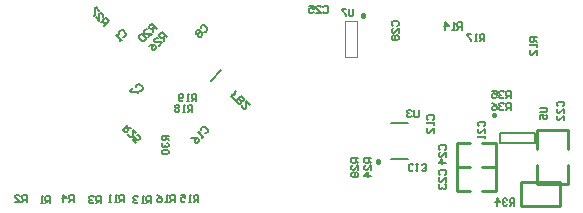
<source format=gbo>
G04*
G04 #@! TF.GenerationSoftware,Altium Limited,Altium Designer,22.5.1 (42)*
G04*
G04 Layer_Color=32896*
%FSLAX25Y25*%
%MOIN*%
G70*
G04*
G04 #@! TF.SameCoordinates,7192FBDB-E104-44C5-AB31-B02996B251F2*
G04*
G04*
G04 #@! TF.FilePolarity,Positive*
G04*
G01*
G75*
%ADD10C,0.00591*%
%ADD11C,0.01000*%
%ADD12C,0.00787*%
%ADD13C,0.01181*%
%ADD61C,0.00394*%
D10*
X327521Y251832D02*
X331071Y255382D01*
X313484Y233562D02*
X311122D01*
Y232381D01*
X311516Y231988D01*
X312303D01*
X312697Y232381D01*
Y233562D01*
Y232775D02*
X313484Y231988D01*
X311516Y231201D02*
X311122Y230807D01*
Y230020D01*
X311516Y229626D01*
X311910D01*
X312303Y230020D01*
Y230413D01*
Y230020D01*
X312697Y229626D01*
X313090D01*
X313484Y230020D01*
Y230807D01*
X313090Y231201D01*
X311516Y228839D02*
X311122Y228446D01*
Y227658D01*
X311516Y227265D01*
X313090D01*
X313484Y227658D01*
Y228446D01*
X313090Y228839D01*
X311516D01*
X299790Y237215D02*
X298120Y235545D01*
X298955Y234710D01*
X299511Y234710D01*
X300068Y235267D01*
Y235823D01*
X299233Y236658D01*
X299790Y236102D02*
X300903Y236102D01*
X302573Y234432D02*
X301459Y235545D01*
Y233319D01*
X301181Y233040D01*
X300624Y233040D01*
X300068Y233597D01*
Y234154D01*
X302573Y231092D02*
X301459Y232206D01*
X302294Y233040D01*
X302573Y232206D01*
X302851Y231927D01*
X303408D01*
X303964Y232484D01*
Y233040D01*
X303408Y233597D01*
X302851D01*
X322735Y244981D02*
Y247342D01*
X321554D01*
X321161Y246949D01*
Y246161D01*
X321554Y245768D01*
X322735D01*
X321948D02*
X321161Y244981D01*
X320374D02*
X319587D01*
X319980D01*
Y247342D01*
X320374Y246949D01*
X318406Y245374D02*
X318012Y244981D01*
X317225D01*
X316832Y245374D01*
Y246949D01*
X317225Y247342D01*
X318012D01*
X318406Y246949D01*
Y246555D01*
X318012Y246161D01*
X316832D01*
X321357Y241437D02*
Y243799D01*
X320177D01*
X319783Y243405D01*
Y242618D01*
X320177Y242225D01*
X321357D01*
X320570D02*
X319783Y241437D01*
X318996D02*
X318209D01*
X318602D01*
Y243799D01*
X318996Y243405D01*
X317028D02*
X316634Y243799D01*
X315847D01*
X315454Y243405D01*
Y243012D01*
X315847Y242618D01*
X315454Y242225D01*
Y241831D01*
X315847Y241437D01*
X316634D01*
X317028Y241831D01*
Y242225D01*
X316634Y242618D01*
X317028Y243012D01*
Y243405D01*
X316634Y242618D02*
X315847D01*
X375098Y275689D02*
Y273721D01*
X374704Y273327D01*
X373917D01*
X373523Y273721D01*
Y275689D01*
X372736D02*
X371162D01*
Y275295D01*
X372736Y273721D01*
Y273327D01*
X437402Y242913D02*
X439370D01*
X439763Y242519D01*
Y241732D01*
X439370Y241338D01*
X437402D01*
Y238977D02*
Y240551D01*
X438583D01*
X438189Y239764D01*
Y239371D01*
X438583Y238977D01*
X439370D01*
X439763Y239371D01*
Y240158D01*
X439370Y240551D01*
X396850Y242126D02*
Y240158D01*
X396456Y239764D01*
X395669D01*
X395275Y240158D01*
Y242126D01*
X394488Y241732D02*
X394095Y242126D01*
X393308D01*
X392914Y241732D01*
Y241338D01*
X393308Y240945D01*
X393701D01*
X393308D01*
X392914Y240551D01*
Y240158D01*
X393308Y239764D01*
X394095D01*
X394488Y240158D01*
X427558Y242126D02*
Y244488D01*
X426377D01*
X425984Y244094D01*
Y243307D01*
X426377Y242914D01*
X427558D01*
X426771D02*
X425984Y242126D01*
X425197Y244094D02*
X424803Y244488D01*
X424016D01*
X423622Y244094D01*
Y243701D01*
X424016Y243307D01*
X424409D01*
X424016D01*
X423622Y242914D01*
Y242520D01*
X424016Y242126D01*
X424803D01*
X425197Y242520D01*
X421261Y244488D02*
X422048Y244094D01*
X422835Y243307D01*
Y242520D01*
X422442Y242126D01*
X421654D01*
X421261Y242520D01*
Y242914D01*
X421654Y243307D01*
X422835D01*
X427558Y246063D02*
Y248425D01*
X426377D01*
X425984Y248031D01*
Y247244D01*
X426377Y246850D01*
X427558D01*
X426771D02*
X425984Y246063D01*
X425197Y248031D02*
X424803Y248425D01*
X424016D01*
X423622Y248031D01*
Y247638D01*
X424016Y247244D01*
X424409D01*
X424016D01*
X423622Y246850D01*
Y246457D01*
X424016Y246063D01*
X424803D01*
X425197Y246457D01*
X421261Y248425D02*
X422835D01*
Y247244D01*
X422048Y247638D01*
X421654D01*
X421261Y247244D01*
Y246457D01*
X421654Y246063D01*
X422442D01*
X422835Y246457D01*
X428739Y210237D02*
Y212598D01*
X427558D01*
X427165Y212205D01*
Y211417D01*
X427558Y211024D01*
X428739D01*
X427952D02*
X427165Y210237D01*
X426378Y212205D02*
X425984Y212598D01*
X425197D01*
X424803Y212205D01*
Y211811D01*
X425197Y211417D01*
X425591D01*
X425197D01*
X424803Y211024D01*
Y210630D01*
X425197Y210237D01*
X425984D01*
X426378Y210630D01*
X422835Y210237D02*
Y212598D01*
X424016Y211417D01*
X422442D01*
X376771Y225983D02*
X374410D01*
Y224802D01*
X374803Y224409D01*
X375590D01*
X375984Y224802D01*
Y225983D01*
Y225196D02*
X376771Y224409D01*
Y222047D02*
Y223622D01*
X375197Y222047D01*
X374803D01*
X374410Y222441D01*
Y223228D01*
X374803Y223622D01*
Y221260D02*
X374410Y220867D01*
Y220080D01*
X374803Y219686D01*
X375197D01*
X375590Y220080D01*
X375984Y219686D01*
X376378D01*
X376771Y220080D01*
Y220867D01*
X376378Y221260D01*
X375984D01*
X375590Y220867D01*
X375197Y221260D01*
X374803D01*
X375590Y220867D02*
Y220080D01*
X291943Y270167D02*
X293613Y271837D01*
X292778Y272672D01*
X292221Y272672D01*
X291664Y272115D01*
Y271559D01*
X292499Y270724D01*
X291943Y271280D02*
X290829Y271280D01*
X289160Y272950D02*
X290273Y271837D01*
Y274063D01*
X290551Y274342D01*
X291108Y274342D01*
X291664Y273785D01*
Y273228D01*
X290273Y275176D02*
X289160Y276290D01*
X288881Y276011D01*
Y273785D01*
X288603Y273507D01*
X312904Y266352D02*
X311234Y268022D01*
X310399Y267187D01*
X310399Y266630D01*
X310956Y266074D01*
X311512D01*
X312347Y266909D01*
X311791Y266352D02*
X311791Y265239D01*
X310121Y263569D02*
X311234Y264682D01*
X309008D01*
X308729Y264961D01*
X308729Y265517D01*
X309286Y266074D01*
X309842D01*
X306781Y263569D02*
X307616Y263847D01*
X308729D01*
X309286Y263291D01*
Y262734D01*
X308729Y262178D01*
X308173D01*
X307894Y262456D01*
Y263013D01*
X308729Y263847D01*
X381102Y225983D02*
X378741D01*
Y224802D01*
X379134Y224409D01*
X379921D01*
X380315Y224802D01*
Y225983D01*
Y225196D02*
X381102Y224409D01*
Y222047D02*
Y223622D01*
X379528Y222047D01*
X379134D01*
X378741Y222441D01*
Y223228D01*
X379134Y223622D01*
X381102Y220080D02*
X378741D01*
X379921Y221260D01*
Y219686D01*
X309459Y269206D02*
X307789Y270876D01*
X306954Y270041D01*
X306954Y269485D01*
X307511Y268928D01*
X308067D01*
X308902Y269763D01*
X308346Y269206D02*
X308346Y268093D01*
X306676Y266424D02*
X307789Y267537D01*
X305563D01*
X305284Y267815D01*
X305284Y268372D01*
X305841Y268928D01*
X306398D01*
X304728Y267258D02*
X304171D01*
X303615Y266702D01*
X303615Y266145D01*
X304728Y265032D01*
X305284D01*
X305841Y265589D01*
Y266145D01*
X304728Y267258D01*
X418700Y264961D02*
Y267322D01*
X417519D01*
X417126Y266929D01*
Y266142D01*
X417519Y265748D01*
X418700D01*
X417913D02*
X417126Y264961D01*
X416338D02*
X415551D01*
X415945D01*
Y267322D01*
X416338Y266929D01*
X414370Y267322D02*
X412796D01*
Y266929D01*
X414370Y265355D01*
Y264961D01*
X315550Y211418D02*
Y213779D01*
X314370D01*
X313976Y213386D01*
Y212598D01*
X314370Y212205D01*
X315550D01*
X314763D02*
X313976Y211418D01*
X313189D02*
X312402D01*
X312795D01*
Y213779D01*
X313189Y213386D01*
X309647Y213779D02*
X310434Y213386D01*
X311221Y212598D01*
Y211811D01*
X310827Y211418D01*
X310040D01*
X309647Y211811D01*
Y212205D01*
X310040Y212598D01*
X311221D01*
X323424Y211418D02*
Y213779D01*
X322243D01*
X321850Y213386D01*
Y212598D01*
X322243Y212205D01*
X323424D01*
X322637D02*
X321850Y211418D01*
X321063D02*
X320276D01*
X320669D01*
Y213779D01*
X321063Y213386D01*
X317521Y213779D02*
X319095D01*
Y212598D01*
X318308Y212992D01*
X317914D01*
X317521Y212598D01*
Y211811D01*
X317914Y211418D01*
X318701D01*
X319095Y211811D01*
X411220Y268898D02*
Y271259D01*
X410039D01*
X409645Y270866D01*
Y270079D01*
X410039Y269685D01*
X411220D01*
X410432D02*
X409645Y268898D01*
X408858D02*
X408071D01*
X408464D01*
Y271259D01*
X408858Y270866D01*
X405710Y268898D02*
Y271259D01*
X406890Y270079D01*
X405316D01*
X307676Y211024D02*
Y213385D01*
X306495D01*
X306102Y212992D01*
Y212205D01*
X306495Y211811D01*
X307676D01*
X306889D02*
X306102Y211024D01*
X305315D02*
X304528D01*
X304921D01*
Y213385D01*
X305315Y212992D01*
X303347D02*
X302953Y213385D01*
X302166D01*
X301773Y212992D01*
Y212598D01*
X302166Y212205D01*
X302560D01*
X302166D01*
X301773Y211811D01*
Y211418D01*
X302166Y211024D01*
X302953D01*
X303347Y211418D01*
X436220Y266338D02*
X433859D01*
Y265157D01*
X434252Y264763D01*
X435039D01*
X435433Y265157D01*
Y266338D01*
Y265550D02*
X436220Y264763D01*
Y263976D02*
Y263189D01*
Y263583D01*
X433859D01*
X434252Y263976D01*
X436220Y260434D02*
Y262008D01*
X434646Y260434D01*
X434252D01*
X433859Y260828D01*
Y261615D01*
X434252Y262008D01*
X298621Y211418D02*
Y213779D01*
X297441D01*
X297047Y213386D01*
Y212598D01*
X297441Y212205D01*
X298621D01*
X297834D02*
X297047Y211418D01*
X296260D02*
X295473D01*
X295866D01*
Y213779D01*
X296260Y213386D01*
X294292Y211418D02*
X293505D01*
X293898D01*
Y213779D01*
X294292Y213386D01*
X281889Y211418D02*
Y213779D01*
X280708D01*
X280315Y213386D01*
Y212598D01*
X280708Y212205D01*
X281889D01*
X281102D02*
X280315Y211418D01*
X278347D02*
Y213779D01*
X279528Y212598D01*
X277953D01*
X290944Y211024D02*
Y213385D01*
X289763D01*
X289370Y212992D01*
Y212205D01*
X289763Y211811D01*
X290944D01*
X290157D02*
X289370Y211024D01*
X288583Y212992D02*
X288189Y213385D01*
X287402D01*
X287009Y212992D01*
Y212598D01*
X287402Y212205D01*
X287796D01*
X287402D01*
X287009Y211811D01*
Y211418D01*
X287402Y211024D01*
X288189D01*
X288583Y211418D01*
X266141Y211418D02*
Y213779D01*
X264960D01*
X264567Y213386D01*
Y212598D01*
X264960Y212205D01*
X266141D01*
X265354D02*
X264567Y211418D01*
X262205D02*
X263780D01*
X262205Y212992D01*
Y213386D01*
X262599Y213779D01*
X263386D01*
X263780Y213386D01*
X274015Y211024D02*
Y213385D01*
X272834D01*
X272441Y212992D01*
Y212205D01*
X272834Y211811D01*
X274015D01*
X273228D02*
X272441Y211024D01*
X271654D02*
X270867D01*
X271260D01*
Y213385D01*
X271654Y212992D01*
X335454Y245554D02*
X334340Y246667D01*
X335175Y247502D01*
X335732Y246945D01*
X335175Y247502D01*
X336010Y248337D01*
Y244997D02*
X337680Y246667D01*
X338515Y245832D01*
Y245276D01*
X338236Y244997D01*
X337680D01*
X336845Y245832D01*
X337680Y244997D01*
Y244441D01*
X337402Y244162D01*
X336845Y244162D01*
X336010Y244997D01*
X340463Y243884D02*
X339350Y244997D01*
Y242771D01*
X339071Y242493D01*
X338515Y242493D01*
X337958Y243049D01*
Y243606D01*
X388189Y270078D02*
X387796Y270472D01*
Y271259D01*
X388189Y271653D01*
X389763D01*
X390157Y271259D01*
Y270472D01*
X389763Y270078D01*
X390157Y267717D02*
Y269291D01*
X388583Y267717D01*
X388189D01*
X387796Y268110D01*
Y268898D01*
X388189Y269291D01*
Y266930D02*
X387796Y266536D01*
Y265749D01*
X388189Y265355D01*
X388583D01*
X388976Y265749D01*
X389370Y265355D01*
X389763D01*
X390157Y265749D01*
Y266536D01*
X389763Y266930D01*
X389370D01*
X388976Y266536D01*
X388583Y266930D01*
X388189D01*
X388976Y266536D02*
Y265749D01*
X364960Y276378D02*
X365354Y276771D01*
X366141D01*
X366534Y276378D01*
Y274803D01*
X366141Y274410D01*
X365354D01*
X364960Y274803D01*
X362599Y274410D02*
X364173D01*
X362599Y275984D01*
Y276378D01*
X362992Y276771D01*
X363779D01*
X364173Y276378D01*
X360237Y276771D02*
X361811D01*
Y275590D01*
X361024Y275984D01*
X360631D01*
X360237Y275590D01*
Y274803D01*
X360631Y274410D01*
X361418D01*
X361811Y274803D01*
X403937Y228740D02*
X403544Y229133D01*
Y229920D01*
X403937Y230314D01*
X405512D01*
X405905Y229920D01*
Y229133D01*
X405512Y228740D01*
X405905Y226378D02*
Y227953D01*
X404331Y226378D01*
X403937D01*
X403544Y226772D01*
Y227559D01*
X403937Y227953D01*
X405905Y224410D02*
X403544D01*
X404724Y225591D01*
Y224017D01*
X403937Y220472D02*
X403544Y220866D01*
Y221653D01*
X403937Y222046D01*
X405512D01*
X405905Y221653D01*
Y220866D01*
X405512Y220472D01*
X405905Y218110D02*
Y219685D01*
X404331Y218110D01*
X403937D01*
X403544Y218504D01*
Y219291D01*
X403937Y219685D01*
Y217323D02*
X403544Y216930D01*
Y216143D01*
X403937Y215749D01*
X404331D01*
X404724Y216143D01*
Y216536D01*
Y216143D01*
X405118Y215749D01*
X405512D01*
X405905Y216143D01*
Y216930D01*
X405512Y217323D01*
X443307Y243307D02*
X442914Y243700D01*
Y244487D01*
X443307Y244881D01*
X444882D01*
X445275Y244487D01*
Y243700D01*
X444882Y243307D01*
X445275Y240945D02*
Y242519D01*
X443701Y240945D01*
X443307D01*
X442914Y241339D01*
Y242126D01*
X443307Y242519D01*
X445275Y238584D02*
Y240158D01*
X443701Y238584D01*
X443307D01*
X442914Y238977D01*
Y239764D01*
X443307Y240158D01*
X417028Y236614D02*
X416634Y237007D01*
Y237794D01*
X417028Y238188D01*
X418602D01*
X418996Y237794D01*
Y237007D01*
X418602Y236614D01*
X418996Y234252D02*
Y235827D01*
X417421Y234252D01*
X417028D01*
X416634Y234646D01*
Y235433D01*
X417028Y235827D01*
X418996Y233465D02*
Y232678D01*
Y233072D01*
X416634D01*
X417028Y233465D01*
X324433Y235389D02*
X324433Y235946D01*
X324990Y236502D01*
X325546D01*
X326660Y235389D01*
Y234832D01*
X326103Y234276D01*
X325546D01*
X325268Y233441D02*
X324711Y232884D01*
X324990Y233162D01*
X323320Y234832D01*
X323877D01*
X321094Y232606D02*
X321929Y232884D01*
X323042Y232884D01*
X323598Y232328D01*
Y231771D01*
X323042Y231214D01*
X322485D01*
X322207Y231493D01*
Y232049D01*
X323042Y232884D01*
X395079Y222047D02*
X394686Y221654D01*
X393899D01*
X393505Y222047D01*
Y223622D01*
X393899Y224015D01*
X394686D01*
X395079Y223622D01*
X395866Y224015D02*
X396654D01*
X396260D01*
Y221654D01*
X395866Y222047D01*
X397834D02*
X398228Y221654D01*
X399015D01*
X399409Y222047D01*
Y222441D01*
X399015Y222835D01*
X398621D01*
X399015D01*
X399409Y223228D01*
Y223622D01*
X399015Y224015D01*
X398228D01*
X397834Y223622D01*
X400000Y238779D02*
X399607Y239173D01*
Y239960D01*
X400000Y240353D01*
X401575D01*
X401968Y239960D01*
Y239173D01*
X401575Y238779D01*
X401968Y237992D02*
Y237205D01*
Y237598D01*
X399607D01*
X400000Y237992D01*
X401968Y234450D02*
Y236024D01*
X400394Y234450D01*
X400000D01*
X399607Y234843D01*
Y235630D01*
X400000Y236024D01*
X324131Y269339D02*
X324131Y269895D01*
X324688Y270452D01*
X325244D01*
X326358Y269339D01*
Y268782D01*
X325801Y268226D01*
X325244D01*
X323574Y268782D02*
X323018D01*
X322461Y268226D01*
X322461Y267669D01*
X322740Y267391D01*
X323296D01*
Y266834D01*
X323574Y266556D01*
X324131D01*
X324688Y267112D01*
Y267669D01*
X324409Y267947D01*
X323853D01*
Y268504D01*
X323574Y268782D01*
X323853Y267947D02*
X323296Y267391D01*
X302576Y249654D02*
X302576Y250210D01*
X303133Y250767D01*
X303689D01*
X304802Y249654D01*
Y249097D01*
X304246Y248541D01*
X303689D01*
X301741Y249376D02*
X300628Y248262D01*
X300906Y247984D01*
X303133D01*
X303411Y247706D01*
X297081Y267486D02*
X297081Y268042D01*
X297638Y268599D01*
X298194D01*
X299308Y267486D01*
Y266929D01*
X298751Y266372D01*
X298194D01*
X297916Y265538D02*
X297359Y264981D01*
X297638Y265259D01*
X295968Y266929D01*
X296525D01*
D11*
X418110Y223031D02*
X422638Y223031D01*
X409449D02*
X413976Y223031D01*
X409449Y231102D02*
X413976Y231102D01*
X418110D02*
X422638Y231102D01*
Y223031D02*
Y231102D01*
X409449Y223031D02*
Y231102D01*
X418110Y214961D02*
X422638D01*
X409449Y214961D02*
X413976Y214961D01*
X409449Y223031D02*
X413976D01*
X418110D02*
X422638D01*
Y214961D02*
Y223031D01*
X409449Y214961D02*
X409449Y223031D01*
X436319Y217421D02*
Y223721D01*
Y229232D02*
X436319Y235531D01*
X446555Y217421D02*
Y223721D01*
Y229232D02*
Y235531D01*
X436319D02*
X446555D01*
X436319Y217421D02*
X446555D01*
X430905Y218012D02*
X444095Y218012D01*
X430905Y209941D02*
X444095Y209941D01*
X430905Y209941D02*
Y218012D01*
X444095Y209941D02*
Y218012D01*
D12*
X387763Y225644D02*
X393274Y225644D01*
X387763Y237746D02*
X393274D01*
X423882Y231165D02*
Y234315D01*
X435693D01*
X423882Y231165D02*
X435693D01*
X435693Y234315D01*
D13*
X383719Y224561D02*
Y225086D01*
X383194D01*
Y224561D01*
X383719D01*
X378740Y273228D02*
Y273753D01*
X378215D01*
Y273228D01*
X378740D01*
X422342Y240551D02*
X421818D01*
Y240026D01*
X422342D01*
Y240551D01*
D61*
X376378Y259795D02*
Y271173D01*
X372480Y259795D02*
X376378D01*
X372441Y259835D02*
X372480Y259795D01*
X372441Y259835D02*
Y271843D01*
X376339D01*
X376378Y271803D01*
Y271134D02*
Y271803D01*
M02*

</source>
